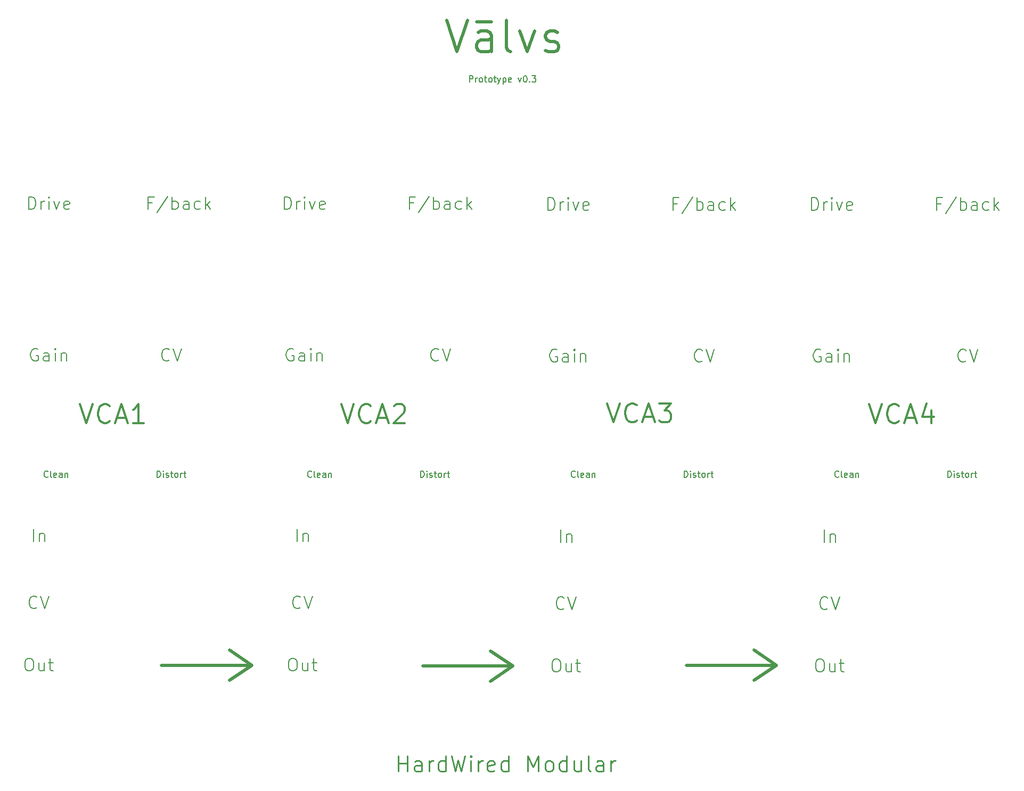
<source format=gto>
G04 #@! TF.GenerationSoftware,KiCad,Pcbnew,(5.1.6-0-10_14)*
G04 #@! TF.CreationDate,2022-01-02T10:50:27+00:00*
G04 #@! TF.ProjectId,Quad Tube VCA,51756164-2054-4756-9265-205643412e6b,rev?*
G04 #@! TF.SameCoordinates,Original*
G04 #@! TF.FileFunction,Legend,Top*
G04 #@! TF.FilePolarity,Positive*
%FSLAX46Y46*%
G04 Gerber Fmt 4.6, Leading zero omitted, Abs format (unit mm)*
G04 Created by KiCad (PCBNEW (5.1.6-0-10_14)) date 2022-01-02 10:50:27*
%MOMM*%
%LPD*%
G01*
G04 APERTURE LIST*
%ADD10C,0.500000*%
%ADD11C,0.250000*%
%ADD12C,0.300000*%
%ADD13C,0.150000*%
%ADD14C,0.200000*%
G04 APERTURE END LIST*
D10*
X190627000Y-138430000D02*
X187071000Y-136017000D01*
X190627000Y-138430000D02*
X187071000Y-140843000D01*
X176276000Y-138430000D02*
X190627000Y-138430000D01*
X148717000Y-138557000D02*
X145161000Y-136144000D01*
X148717000Y-138557000D02*
X145161000Y-140970000D01*
X134366000Y-138557000D02*
X148717000Y-138557000D01*
X107188000Y-138430000D02*
X103632000Y-140843000D01*
X107188000Y-138430000D02*
X103632000Y-136017000D01*
X92837000Y-138430000D02*
X107188000Y-138430000D01*
D11*
X130490666Y-155308952D02*
X130490666Y-152808952D01*
X130490666Y-153999428D02*
X131919238Y-153999428D01*
X131919238Y-155308952D02*
X131919238Y-152808952D01*
X134181142Y-155308952D02*
X134181142Y-153999428D01*
X134062095Y-153761333D01*
X133824000Y-153642285D01*
X133347809Y-153642285D01*
X133109714Y-153761333D01*
X134181142Y-155189904D02*
X133943047Y-155308952D01*
X133347809Y-155308952D01*
X133109714Y-155189904D01*
X132990666Y-154951809D01*
X132990666Y-154713714D01*
X133109714Y-154475619D01*
X133347809Y-154356571D01*
X133943047Y-154356571D01*
X134181142Y-154237523D01*
X135371619Y-155308952D02*
X135371619Y-153642285D01*
X135371619Y-154118476D02*
X135490666Y-153880380D01*
X135609714Y-153761333D01*
X135847809Y-153642285D01*
X136085904Y-153642285D01*
X137990666Y-155308952D02*
X137990666Y-152808952D01*
X137990666Y-155189904D02*
X137752571Y-155308952D01*
X137276380Y-155308952D01*
X137038285Y-155189904D01*
X136919238Y-155070857D01*
X136800190Y-154832761D01*
X136800190Y-154118476D01*
X136919238Y-153880380D01*
X137038285Y-153761333D01*
X137276380Y-153642285D01*
X137752571Y-153642285D01*
X137990666Y-153761333D01*
X138943047Y-152808952D02*
X139538285Y-155308952D01*
X140014476Y-153523238D01*
X140490666Y-155308952D01*
X141085904Y-152808952D01*
X142038285Y-155308952D02*
X142038285Y-153642285D01*
X142038285Y-152808952D02*
X141919238Y-152928000D01*
X142038285Y-153047047D01*
X142157333Y-152928000D01*
X142038285Y-152808952D01*
X142038285Y-153047047D01*
X143228761Y-155308952D02*
X143228761Y-153642285D01*
X143228761Y-154118476D02*
X143347809Y-153880380D01*
X143466857Y-153761333D01*
X143704952Y-153642285D01*
X143943047Y-153642285D01*
X145728761Y-155189904D02*
X145490666Y-155308952D01*
X145014476Y-155308952D01*
X144776380Y-155189904D01*
X144657333Y-154951809D01*
X144657333Y-153999428D01*
X144776380Y-153761333D01*
X145014476Y-153642285D01*
X145490666Y-153642285D01*
X145728761Y-153761333D01*
X145847809Y-153999428D01*
X145847809Y-154237523D01*
X144657333Y-154475619D01*
X147990666Y-155308952D02*
X147990666Y-152808952D01*
X147990666Y-155189904D02*
X147752571Y-155308952D01*
X147276380Y-155308952D01*
X147038285Y-155189904D01*
X146919238Y-155070857D01*
X146800190Y-154832761D01*
X146800190Y-154118476D01*
X146919238Y-153880380D01*
X147038285Y-153761333D01*
X147276380Y-153642285D01*
X147752571Y-153642285D01*
X147990666Y-153761333D01*
X151085904Y-155308952D02*
X151085904Y-152808952D01*
X151919238Y-154594666D01*
X152752571Y-152808952D01*
X152752571Y-155308952D01*
X154300190Y-155308952D02*
X154062095Y-155189904D01*
X153943047Y-155070857D01*
X153824000Y-154832761D01*
X153824000Y-154118476D01*
X153943047Y-153880380D01*
X154062095Y-153761333D01*
X154300190Y-153642285D01*
X154657333Y-153642285D01*
X154895428Y-153761333D01*
X155014476Y-153880380D01*
X155133523Y-154118476D01*
X155133523Y-154832761D01*
X155014476Y-155070857D01*
X154895428Y-155189904D01*
X154657333Y-155308952D01*
X154300190Y-155308952D01*
X157276380Y-155308952D02*
X157276380Y-152808952D01*
X157276380Y-155189904D02*
X157038285Y-155308952D01*
X156562095Y-155308952D01*
X156324000Y-155189904D01*
X156204952Y-155070857D01*
X156085904Y-154832761D01*
X156085904Y-154118476D01*
X156204952Y-153880380D01*
X156324000Y-153761333D01*
X156562095Y-153642285D01*
X157038285Y-153642285D01*
X157276380Y-153761333D01*
X159538285Y-153642285D02*
X159538285Y-155308952D01*
X158466857Y-153642285D02*
X158466857Y-154951809D01*
X158585904Y-155189904D01*
X158824000Y-155308952D01*
X159181142Y-155308952D01*
X159419238Y-155189904D01*
X159538285Y-155070857D01*
X161085904Y-155308952D02*
X160847809Y-155189904D01*
X160728761Y-154951809D01*
X160728761Y-152808952D01*
X163109714Y-155308952D02*
X163109714Y-153999428D01*
X162990666Y-153761333D01*
X162752571Y-153642285D01*
X162276380Y-153642285D01*
X162038285Y-153761333D01*
X163109714Y-155189904D02*
X162871619Y-155308952D01*
X162276380Y-155308952D01*
X162038285Y-155189904D01*
X161919238Y-154951809D01*
X161919238Y-154713714D01*
X162038285Y-154475619D01*
X162276380Y-154356571D01*
X162871619Y-154356571D01*
X163109714Y-154237523D01*
X164300190Y-155308952D02*
X164300190Y-153642285D01*
X164300190Y-154118476D02*
X164419238Y-153880380D01*
X164538285Y-153761333D01*
X164776380Y-153642285D01*
X165014476Y-153642285D01*
D12*
X205351714Y-96909142D02*
X206351714Y-99909142D01*
X207351714Y-96909142D01*
X210066000Y-99623428D02*
X209923142Y-99766285D01*
X209494571Y-99909142D01*
X209208857Y-99909142D01*
X208780285Y-99766285D01*
X208494571Y-99480571D01*
X208351714Y-99194857D01*
X208208857Y-98623428D01*
X208208857Y-98194857D01*
X208351714Y-97623428D01*
X208494571Y-97337714D01*
X208780285Y-97052000D01*
X209208857Y-96909142D01*
X209494571Y-96909142D01*
X209923142Y-97052000D01*
X210066000Y-97194857D01*
X211208857Y-99052000D02*
X212637428Y-99052000D01*
X210923142Y-99909142D02*
X211923142Y-96909142D01*
X212923142Y-99909142D01*
X215208857Y-97909142D02*
X215208857Y-99909142D01*
X214494571Y-96766285D02*
X213780285Y-98909142D01*
X215637428Y-98909142D01*
X163695714Y-96782142D02*
X164695714Y-99782142D01*
X165695714Y-96782142D01*
X168410000Y-99496428D02*
X168267142Y-99639285D01*
X167838571Y-99782142D01*
X167552857Y-99782142D01*
X167124285Y-99639285D01*
X166838571Y-99353571D01*
X166695714Y-99067857D01*
X166552857Y-98496428D01*
X166552857Y-98067857D01*
X166695714Y-97496428D01*
X166838571Y-97210714D01*
X167124285Y-96925000D01*
X167552857Y-96782142D01*
X167838571Y-96782142D01*
X168267142Y-96925000D01*
X168410000Y-97067857D01*
X169552857Y-98925000D02*
X170981428Y-98925000D01*
X169267142Y-99782142D02*
X170267142Y-96782142D01*
X171267142Y-99782142D01*
X171981428Y-96782142D02*
X173838571Y-96782142D01*
X172838571Y-97925000D01*
X173267142Y-97925000D01*
X173552857Y-98067857D01*
X173695714Y-98210714D01*
X173838571Y-98496428D01*
X173838571Y-99210714D01*
X173695714Y-99496428D01*
X173552857Y-99639285D01*
X173267142Y-99782142D01*
X172410000Y-99782142D01*
X172124285Y-99639285D01*
X171981428Y-99496428D01*
X121404714Y-96909142D02*
X122404714Y-99909142D01*
X123404714Y-96909142D01*
X126119000Y-99623428D02*
X125976142Y-99766285D01*
X125547571Y-99909142D01*
X125261857Y-99909142D01*
X124833285Y-99766285D01*
X124547571Y-99480571D01*
X124404714Y-99194857D01*
X124261857Y-98623428D01*
X124261857Y-98194857D01*
X124404714Y-97623428D01*
X124547571Y-97337714D01*
X124833285Y-97052000D01*
X125261857Y-96909142D01*
X125547571Y-96909142D01*
X125976142Y-97052000D01*
X126119000Y-97194857D01*
X127261857Y-99052000D02*
X128690428Y-99052000D01*
X126976142Y-99909142D02*
X127976142Y-96909142D01*
X128976142Y-99909142D01*
X129833285Y-97194857D02*
X129976142Y-97052000D01*
X130261857Y-96909142D01*
X130976142Y-96909142D01*
X131261857Y-97052000D01*
X131404714Y-97194857D01*
X131547571Y-97480571D01*
X131547571Y-97766285D01*
X131404714Y-98194857D01*
X129690428Y-99909142D01*
X131547571Y-99909142D01*
X79875714Y-96909142D02*
X80875714Y-99909142D01*
X81875714Y-96909142D01*
X84590000Y-99623428D02*
X84447142Y-99766285D01*
X84018571Y-99909142D01*
X83732857Y-99909142D01*
X83304285Y-99766285D01*
X83018571Y-99480571D01*
X82875714Y-99194857D01*
X82732857Y-98623428D01*
X82732857Y-98194857D01*
X82875714Y-97623428D01*
X83018571Y-97337714D01*
X83304285Y-97052000D01*
X83732857Y-96909142D01*
X84018571Y-96909142D01*
X84447142Y-97052000D01*
X84590000Y-97194857D01*
X85732857Y-99052000D02*
X87161428Y-99052000D01*
X85447142Y-99909142D02*
X86447142Y-96909142D01*
X87447142Y-99909142D01*
X90018571Y-99909142D02*
X88304285Y-99909142D01*
X89161428Y-99909142D02*
X89161428Y-96909142D01*
X88875714Y-97337714D01*
X88590000Y-97623428D01*
X88304285Y-97766285D01*
D13*
X217852904Y-108529380D02*
X217852904Y-107529380D01*
X218091000Y-107529380D01*
X218233857Y-107577000D01*
X218329095Y-107672238D01*
X218376714Y-107767476D01*
X218424333Y-107957952D01*
X218424333Y-108100809D01*
X218376714Y-108291285D01*
X218329095Y-108386523D01*
X218233857Y-108481761D01*
X218091000Y-108529380D01*
X217852904Y-108529380D01*
X218852904Y-108529380D02*
X218852904Y-107862714D01*
X218852904Y-107529380D02*
X218805285Y-107577000D01*
X218852904Y-107624619D01*
X218900523Y-107577000D01*
X218852904Y-107529380D01*
X218852904Y-107624619D01*
X219281476Y-108481761D02*
X219376714Y-108529380D01*
X219567190Y-108529380D01*
X219662428Y-108481761D01*
X219710047Y-108386523D01*
X219710047Y-108338904D01*
X219662428Y-108243666D01*
X219567190Y-108196047D01*
X219424333Y-108196047D01*
X219329095Y-108148428D01*
X219281476Y-108053190D01*
X219281476Y-108005571D01*
X219329095Y-107910333D01*
X219424333Y-107862714D01*
X219567190Y-107862714D01*
X219662428Y-107910333D01*
X219995761Y-107862714D02*
X220376714Y-107862714D01*
X220138619Y-107529380D02*
X220138619Y-108386523D01*
X220186238Y-108481761D01*
X220281476Y-108529380D01*
X220376714Y-108529380D01*
X220852904Y-108529380D02*
X220757666Y-108481761D01*
X220710047Y-108434142D01*
X220662428Y-108338904D01*
X220662428Y-108053190D01*
X220710047Y-107957952D01*
X220757666Y-107910333D01*
X220852904Y-107862714D01*
X220995761Y-107862714D01*
X221091000Y-107910333D01*
X221138619Y-107957952D01*
X221186238Y-108053190D01*
X221186238Y-108338904D01*
X221138619Y-108434142D01*
X221091000Y-108481761D01*
X220995761Y-108529380D01*
X220852904Y-108529380D01*
X221614809Y-108529380D02*
X221614809Y-107862714D01*
X221614809Y-108053190D02*
X221662428Y-107957952D01*
X221710047Y-107910333D01*
X221805285Y-107862714D01*
X221900523Y-107862714D01*
X222091000Y-107862714D02*
X222471952Y-107862714D01*
X222233857Y-107529380D02*
X222233857Y-108386523D01*
X222281476Y-108481761D01*
X222376714Y-108529380D01*
X222471952Y-108529380D01*
X200517285Y-108434142D02*
X200469666Y-108481761D01*
X200326809Y-108529380D01*
X200231571Y-108529380D01*
X200088714Y-108481761D01*
X199993476Y-108386523D01*
X199945857Y-108291285D01*
X199898238Y-108100809D01*
X199898238Y-107957952D01*
X199945857Y-107767476D01*
X199993476Y-107672238D01*
X200088714Y-107577000D01*
X200231571Y-107529380D01*
X200326809Y-107529380D01*
X200469666Y-107577000D01*
X200517285Y-107624619D01*
X201088714Y-108529380D02*
X200993476Y-108481761D01*
X200945857Y-108386523D01*
X200945857Y-107529380D01*
X201850619Y-108481761D02*
X201755380Y-108529380D01*
X201564904Y-108529380D01*
X201469666Y-108481761D01*
X201422047Y-108386523D01*
X201422047Y-108005571D01*
X201469666Y-107910333D01*
X201564904Y-107862714D01*
X201755380Y-107862714D01*
X201850619Y-107910333D01*
X201898238Y-108005571D01*
X201898238Y-108100809D01*
X201422047Y-108196047D01*
X202755380Y-108529380D02*
X202755380Y-108005571D01*
X202707761Y-107910333D01*
X202612523Y-107862714D01*
X202422047Y-107862714D01*
X202326809Y-107910333D01*
X202755380Y-108481761D02*
X202660142Y-108529380D01*
X202422047Y-108529380D01*
X202326809Y-108481761D01*
X202279190Y-108386523D01*
X202279190Y-108291285D01*
X202326809Y-108196047D01*
X202422047Y-108148428D01*
X202660142Y-108148428D01*
X202755380Y-108100809D01*
X203231571Y-107862714D02*
X203231571Y-108529380D01*
X203231571Y-107957952D02*
X203279190Y-107910333D01*
X203374428Y-107862714D01*
X203517285Y-107862714D01*
X203612523Y-107910333D01*
X203660142Y-108005571D01*
X203660142Y-108529380D01*
X175942904Y-108529380D02*
X175942904Y-107529380D01*
X176181000Y-107529380D01*
X176323857Y-107577000D01*
X176419095Y-107672238D01*
X176466714Y-107767476D01*
X176514333Y-107957952D01*
X176514333Y-108100809D01*
X176466714Y-108291285D01*
X176419095Y-108386523D01*
X176323857Y-108481761D01*
X176181000Y-108529380D01*
X175942904Y-108529380D01*
X176942904Y-108529380D02*
X176942904Y-107862714D01*
X176942904Y-107529380D02*
X176895285Y-107577000D01*
X176942904Y-107624619D01*
X176990523Y-107577000D01*
X176942904Y-107529380D01*
X176942904Y-107624619D01*
X177371476Y-108481761D02*
X177466714Y-108529380D01*
X177657190Y-108529380D01*
X177752428Y-108481761D01*
X177800047Y-108386523D01*
X177800047Y-108338904D01*
X177752428Y-108243666D01*
X177657190Y-108196047D01*
X177514333Y-108196047D01*
X177419095Y-108148428D01*
X177371476Y-108053190D01*
X177371476Y-108005571D01*
X177419095Y-107910333D01*
X177514333Y-107862714D01*
X177657190Y-107862714D01*
X177752428Y-107910333D01*
X178085761Y-107862714D02*
X178466714Y-107862714D01*
X178228619Y-107529380D02*
X178228619Y-108386523D01*
X178276238Y-108481761D01*
X178371476Y-108529380D01*
X178466714Y-108529380D01*
X178942904Y-108529380D02*
X178847666Y-108481761D01*
X178800047Y-108434142D01*
X178752428Y-108338904D01*
X178752428Y-108053190D01*
X178800047Y-107957952D01*
X178847666Y-107910333D01*
X178942904Y-107862714D01*
X179085761Y-107862714D01*
X179181000Y-107910333D01*
X179228619Y-107957952D01*
X179276238Y-108053190D01*
X179276238Y-108338904D01*
X179228619Y-108434142D01*
X179181000Y-108481761D01*
X179085761Y-108529380D01*
X178942904Y-108529380D01*
X179704809Y-108529380D02*
X179704809Y-107862714D01*
X179704809Y-108053190D02*
X179752428Y-107957952D01*
X179800047Y-107910333D01*
X179895285Y-107862714D01*
X179990523Y-107862714D01*
X180181000Y-107862714D02*
X180561952Y-107862714D01*
X180323857Y-107529380D02*
X180323857Y-108386523D01*
X180371476Y-108481761D01*
X180466714Y-108529380D01*
X180561952Y-108529380D01*
X158607285Y-108434142D02*
X158559666Y-108481761D01*
X158416809Y-108529380D01*
X158321571Y-108529380D01*
X158178714Y-108481761D01*
X158083476Y-108386523D01*
X158035857Y-108291285D01*
X157988238Y-108100809D01*
X157988238Y-107957952D01*
X158035857Y-107767476D01*
X158083476Y-107672238D01*
X158178714Y-107577000D01*
X158321571Y-107529380D01*
X158416809Y-107529380D01*
X158559666Y-107577000D01*
X158607285Y-107624619D01*
X159178714Y-108529380D02*
X159083476Y-108481761D01*
X159035857Y-108386523D01*
X159035857Y-107529380D01*
X159940619Y-108481761D02*
X159845380Y-108529380D01*
X159654904Y-108529380D01*
X159559666Y-108481761D01*
X159512047Y-108386523D01*
X159512047Y-108005571D01*
X159559666Y-107910333D01*
X159654904Y-107862714D01*
X159845380Y-107862714D01*
X159940619Y-107910333D01*
X159988238Y-108005571D01*
X159988238Y-108100809D01*
X159512047Y-108196047D01*
X160845380Y-108529380D02*
X160845380Y-108005571D01*
X160797761Y-107910333D01*
X160702523Y-107862714D01*
X160512047Y-107862714D01*
X160416809Y-107910333D01*
X160845380Y-108481761D02*
X160750142Y-108529380D01*
X160512047Y-108529380D01*
X160416809Y-108481761D01*
X160369190Y-108386523D01*
X160369190Y-108291285D01*
X160416809Y-108196047D01*
X160512047Y-108148428D01*
X160750142Y-108148428D01*
X160845380Y-108100809D01*
X161321571Y-107862714D02*
X161321571Y-108529380D01*
X161321571Y-107957952D02*
X161369190Y-107910333D01*
X161464428Y-107862714D01*
X161607285Y-107862714D01*
X161702523Y-107910333D01*
X161750142Y-108005571D01*
X161750142Y-108529380D01*
X134032904Y-108529380D02*
X134032904Y-107529380D01*
X134271000Y-107529380D01*
X134413857Y-107577000D01*
X134509095Y-107672238D01*
X134556714Y-107767476D01*
X134604333Y-107957952D01*
X134604333Y-108100809D01*
X134556714Y-108291285D01*
X134509095Y-108386523D01*
X134413857Y-108481761D01*
X134271000Y-108529380D01*
X134032904Y-108529380D01*
X135032904Y-108529380D02*
X135032904Y-107862714D01*
X135032904Y-107529380D02*
X134985285Y-107577000D01*
X135032904Y-107624619D01*
X135080523Y-107577000D01*
X135032904Y-107529380D01*
X135032904Y-107624619D01*
X135461476Y-108481761D02*
X135556714Y-108529380D01*
X135747190Y-108529380D01*
X135842428Y-108481761D01*
X135890047Y-108386523D01*
X135890047Y-108338904D01*
X135842428Y-108243666D01*
X135747190Y-108196047D01*
X135604333Y-108196047D01*
X135509095Y-108148428D01*
X135461476Y-108053190D01*
X135461476Y-108005571D01*
X135509095Y-107910333D01*
X135604333Y-107862714D01*
X135747190Y-107862714D01*
X135842428Y-107910333D01*
X136175761Y-107862714D02*
X136556714Y-107862714D01*
X136318619Y-107529380D02*
X136318619Y-108386523D01*
X136366238Y-108481761D01*
X136461476Y-108529380D01*
X136556714Y-108529380D01*
X137032904Y-108529380D02*
X136937666Y-108481761D01*
X136890047Y-108434142D01*
X136842428Y-108338904D01*
X136842428Y-108053190D01*
X136890047Y-107957952D01*
X136937666Y-107910333D01*
X137032904Y-107862714D01*
X137175761Y-107862714D01*
X137271000Y-107910333D01*
X137318619Y-107957952D01*
X137366238Y-108053190D01*
X137366238Y-108338904D01*
X137318619Y-108434142D01*
X137271000Y-108481761D01*
X137175761Y-108529380D01*
X137032904Y-108529380D01*
X137794809Y-108529380D02*
X137794809Y-107862714D01*
X137794809Y-108053190D02*
X137842428Y-107957952D01*
X137890047Y-107910333D01*
X137985285Y-107862714D01*
X138080523Y-107862714D01*
X138271000Y-107862714D02*
X138651952Y-107862714D01*
X138413857Y-107529380D02*
X138413857Y-108386523D01*
X138461476Y-108481761D01*
X138556714Y-108529380D01*
X138651952Y-108529380D01*
X116697285Y-108434142D02*
X116649666Y-108481761D01*
X116506809Y-108529380D01*
X116411571Y-108529380D01*
X116268714Y-108481761D01*
X116173476Y-108386523D01*
X116125857Y-108291285D01*
X116078238Y-108100809D01*
X116078238Y-107957952D01*
X116125857Y-107767476D01*
X116173476Y-107672238D01*
X116268714Y-107577000D01*
X116411571Y-107529380D01*
X116506809Y-107529380D01*
X116649666Y-107577000D01*
X116697285Y-107624619D01*
X117268714Y-108529380D02*
X117173476Y-108481761D01*
X117125857Y-108386523D01*
X117125857Y-107529380D01*
X118030619Y-108481761D02*
X117935380Y-108529380D01*
X117744904Y-108529380D01*
X117649666Y-108481761D01*
X117602047Y-108386523D01*
X117602047Y-108005571D01*
X117649666Y-107910333D01*
X117744904Y-107862714D01*
X117935380Y-107862714D01*
X118030619Y-107910333D01*
X118078238Y-108005571D01*
X118078238Y-108100809D01*
X117602047Y-108196047D01*
X118935380Y-108529380D02*
X118935380Y-108005571D01*
X118887761Y-107910333D01*
X118792523Y-107862714D01*
X118602047Y-107862714D01*
X118506809Y-107910333D01*
X118935380Y-108481761D02*
X118840142Y-108529380D01*
X118602047Y-108529380D01*
X118506809Y-108481761D01*
X118459190Y-108386523D01*
X118459190Y-108291285D01*
X118506809Y-108196047D01*
X118602047Y-108148428D01*
X118840142Y-108148428D01*
X118935380Y-108100809D01*
X119411571Y-107862714D02*
X119411571Y-108529380D01*
X119411571Y-107957952D02*
X119459190Y-107910333D01*
X119554428Y-107862714D01*
X119697285Y-107862714D01*
X119792523Y-107910333D01*
X119840142Y-108005571D01*
X119840142Y-108529380D01*
X92122904Y-108529380D02*
X92122904Y-107529380D01*
X92361000Y-107529380D01*
X92503857Y-107577000D01*
X92599095Y-107672238D01*
X92646714Y-107767476D01*
X92694333Y-107957952D01*
X92694333Y-108100809D01*
X92646714Y-108291285D01*
X92599095Y-108386523D01*
X92503857Y-108481761D01*
X92361000Y-108529380D01*
X92122904Y-108529380D01*
X93122904Y-108529380D02*
X93122904Y-107862714D01*
X93122904Y-107529380D02*
X93075285Y-107577000D01*
X93122904Y-107624619D01*
X93170523Y-107577000D01*
X93122904Y-107529380D01*
X93122904Y-107624619D01*
X93551476Y-108481761D02*
X93646714Y-108529380D01*
X93837190Y-108529380D01*
X93932428Y-108481761D01*
X93980047Y-108386523D01*
X93980047Y-108338904D01*
X93932428Y-108243666D01*
X93837190Y-108196047D01*
X93694333Y-108196047D01*
X93599095Y-108148428D01*
X93551476Y-108053190D01*
X93551476Y-108005571D01*
X93599095Y-107910333D01*
X93694333Y-107862714D01*
X93837190Y-107862714D01*
X93932428Y-107910333D01*
X94265761Y-107862714D02*
X94646714Y-107862714D01*
X94408619Y-107529380D02*
X94408619Y-108386523D01*
X94456238Y-108481761D01*
X94551476Y-108529380D01*
X94646714Y-108529380D01*
X95122904Y-108529380D02*
X95027666Y-108481761D01*
X94980047Y-108434142D01*
X94932428Y-108338904D01*
X94932428Y-108053190D01*
X94980047Y-107957952D01*
X95027666Y-107910333D01*
X95122904Y-107862714D01*
X95265761Y-107862714D01*
X95361000Y-107910333D01*
X95408619Y-107957952D01*
X95456238Y-108053190D01*
X95456238Y-108338904D01*
X95408619Y-108434142D01*
X95361000Y-108481761D01*
X95265761Y-108529380D01*
X95122904Y-108529380D01*
X95884809Y-108529380D02*
X95884809Y-107862714D01*
X95884809Y-108053190D02*
X95932428Y-107957952D01*
X95980047Y-107910333D01*
X96075285Y-107862714D01*
X96170523Y-107862714D01*
X96361000Y-107862714D02*
X96741952Y-107862714D01*
X96503857Y-107529380D02*
X96503857Y-108386523D01*
X96551476Y-108481761D01*
X96646714Y-108529380D01*
X96741952Y-108529380D01*
X74787285Y-108434142D02*
X74739666Y-108481761D01*
X74596809Y-108529380D01*
X74501571Y-108529380D01*
X74358714Y-108481761D01*
X74263476Y-108386523D01*
X74215857Y-108291285D01*
X74168238Y-108100809D01*
X74168238Y-107957952D01*
X74215857Y-107767476D01*
X74263476Y-107672238D01*
X74358714Y-107577000D01*
X74501571Y-107529380D01*
X74596809Y-107529380D01*
X74739666Y-107577000D01*
X74787285Y-107624619D01*
X75358714Y-108529380D02*
X75263476Y-108481761D01*
X75215857Y-108386523D01*
X75215857Y-107529380D01*
X76120619Y-108481761D02*
X76025380Y-108529380D01*
X75834904Y-108529380D01*
X75739666Y-108481761D01*
X75692047Y-108386523D01*
X75692047Y-108005571D01*
X75739666Y-107910333D01*
X75834904Y-107862714D01*
X76025380Y-107862714D01*
X76120619Y-107910333D01*
X76168238Y-108005571D01*
X76168238Y-108100809D01*
X75692047Y-108196047D01*
X77025380Y-108529380D02*
X77025380Y-108005571D01*
X76977761Y-107910333D01*
X76882523Y-107862714D01*
X76692047Y-107862714D01*
X76596809Y-107910333D01*
X77025380Y-108481761D02*
X76930142Y-108529380D01*
X76692047Y-108529380D01*
X76596809Y-108481761D01*
X76549190Y-108386523D01*
X76549190Y-108291285D01*
X76596809Y-108196047D01*
X76692047Y-108148428D01*
X76930142Y-108148428D01*
X77025380Y-108100809D01*
X77501571Y-107862714D02*
X77501571Y-108529380D01*
X77501571Y-107957952D02*
X77549190Y-107910333D01*
X77644428Y-107862714D01*
X77787285Y-107862714D01*
X77882523Y-107910333D01*
X77930142Y-108005571D01*
X77930142Y-108529380D01*
D14*
X198231238Y-118887761D02*
X198231238Y-116887761D01*
X199183619Y-117554428D02*
X199183619Y-118887761D01*
X199183619Y-117744904D02*
X199278857Y-117649666D01*
X199469333Y-117554428D01*
X199755047Y-117554428D01*
X199945523Y-117649666D01*
X200040761Y-117840142D01*
X200040761Y-118887761D01*
X197342333Y-137461761D02*
X197723285Y-137461761D01*
X197913761Y-137557000D01*
X198104238Y-137747476D01*
X198199476Y-138128428D01*
X198199476Y-138795095D01*
X198104238Y-139176047D01*
X197913761Y-139366523D01*
X197723285Y-139461761D01*
X197342333Y-139461761D01*
X197151857Y-139366523D01*
X196961380Y-139176047D01*
X196866142Y-138795095D01*
X196866142Y-138128428D01*
X196961380Y-137747476D01*
X197151857Y-137557000D01*
X197342333Y-137461761D01*
X199913761Y-138128428D02*
X199913761Y-139461761D01*
X199056619Y-138128428D02*
X199056619Y-139176047D01*
X199151857Y-139366523D01*
X199342333Y-139461761D01*
X199628047Y-139461761D01*
X199818523Y-139366523D01*
X199913761Y-139271285D01*
X200580428Y-138128428D02*
X201342333Y-138128428D01*
X200866142Y-137461761D02*
X200866142Y-139176047D01*
X200961380Y-139366523D01*
X201151857Y-139461761D01*
X201342333Y-139461761D01*
X198770904Y-129365285D02*
X198675666Y-129460523D01*
X198389952Y-129555761D01*
X198199476Y-129555761D01*
X197913761Y-129460523D01*
X197723285Y-129270047D01*
X197628047Y-129079571D01*
X197532809Y-128698619D01*
X197532809Y-128412904D01*
X197628047Y-128031952D01*
X197723285Y-127841476D01*
X197913761Y-127651000D01*
X198199476Y-127555761D01*
X198389952Y-127555761D01*
X198675666Y-127651000D01*
X198770904Y-127746238D01*
X199342333Y-127555761D02*
X200009000Y-129555761D01*
X200675666Y-127555761D01*
X156321238Y-118887761D02*
X156321238Y-116887761D01*
X157273619Y-117554428D02*
X157273619Y-118887761D01*
X157273619Y-117744904D02*
X157368857Y-117649666D01*
X157559333Y-117554428D01*
X157845047Y-117554428D01*
X158035523Y-117649666D01*
X158130761Y-117840142D01*
X158130761Y-118887761D01*
X155432333Y-137461761D02*
X155813285Y-137461761D01*
X156003761Y-137557000D01*
X156194238Y-137747476D01*
X156289476Y-138128428D01*
X156289476Y-138795095D01*
X156194238Y-139176047D01*
X156003761Y-139366523D01*
X155813285Y-139461761D01*
X155432333Y-139461761D01*
X155241857Y-139366523D01*
X155051380Y-139176047D01*
X154956142Y-138795095D01*
X154956142Y-138128428D01*
X155051380Y-137747476D01*
X155241857Y-137557000D01*
X155432333Y-137461761D01*
X158003761Y-138128428D02*
X158003761Y-139461761D01*
X157146619Y-138128428D02*
X157146619Y-139176047D01*
X157241857Y-139366523D01*
X157432333Y-139461761D01*
X157718047Y-139461761D01*
X157908523Y-139366523D01*
X158003761Y-139271285D01*
X158670428Y-138128428D02*
X159432333Y-138128428D01*
X158956142Y-137461761D02*
X158956142Y-139176047D01*
X159051380Y-139366523D01*
X159241857Y-139461761D01*
X159432333Y-139461761D01*
X156860904Y-129365285D02*
X156765666Y-129460523D01*
X156479952Y-129555761D01*
X156289476Y-129555761D01*
X156003761Y-129460523D01*
X155813285Y-129270047D01*
X155718047Y-129079571D01*
X155622809Y-128698619D01*
X155622809Y-128412904D01*
X155718047Y-128031952D01*
X155813285Y-127841476D01*
X156003761Y-127651000D01*
X156289476Y-127555761D01*
X156479952Y-127555761D01*
X156765666Y-127651000D01*
X156860904Y-127746238D01*
X157432333Y-127555761D02*
X158099000Y-129555761D01*
X158765666Y-127555761D01*
X114411238Y-118760761D02*
X114411238Y-116760761D01*
X115363619Y-117427428D02*
X115363619Y-118760761D01*
X115363619Y-117617904D02*
X115458857Y-117522666D01*
X115649333Y-117427428D01*
X115935047Y-117427428D01*
X116125523Y-117522666D01*
X116220761Y-117713142D01*
X116220761Y-118760761D01*
X113522333Y-137334761D02*
X113903285Y-137334761D01*
X114093761Y-137430000D01*
X114284238Y-137620476D01*
X114379476Y-138001428D01*
X114379476Y-138668095D01*
X114284238Y-139049047D01*
X114093761Y-139239523D01*
X113903285Y-139334761D01*
X113522333Y-139334761D01*
X113331857Y-139239523D01*
X113141380Y-139049047D01*
X113046142Y-138668095D01*
X113046142Y-138001428D01*
X113141380Y-137620476D01*
X113331857Y-137430000D01*
X113522333Y-137334761D01*
X116093761Y-138001428D02*
X116093761Y-139334761D01*
X115236619Y-138001428D02*
X115236619Y-139049047D01*
X115331857Y-139239523D01*
X115522333Y-139334761D01*
X115808047Y-139334761D01*
X115998523Y-139239523D01*
X116093761Y-139144285D01*
X116760428Y-138001428D02*
X117522333Y-138001428D01*
X117046142Y-137334761D02*
X117046142Y-139049047D01*
X117141380Y-139239523D01*
X117331857Y-139334761D01*
X117522333Y-139334761D01*
X114950904Y-129238285D02*
X114855666Y-129333523D01*
X114569952Y-129428761D01*
X114379476Y-129428761D01*
X114093761Y-129333523D01*
X113903285Y-129143047D01*
X113808047Y-128952571D01*
X113712809Y-128571619D01*
X113712809Y-128285904D01*
X113808047Y-127904952D01*
X113903285Y-127714476D01*
X114093761Y-127524000D01*
X114379476Y-127428761D01*
X114569952Y-127428761D01*
X114855666Y-127524000D01*
X114950904Y-127619238D01*
X115522333Y-127428761D02*
X116189000Y-129428761D01*
X116855666Y-127428761D01*
X71612333Y-137334761D02*
X71993285Y-137334761D01*
X72183761Y-137430000D01*
X72374238Y-137620476D01*
X72469476Y-138001428D01*
X72469476Y-138668095D01*
X72374238Y-139049047D01*
X72183761Y-139239523D01*
X71993285Y-139334761D01*
X71612333Y-139334761D01*
X71421857Y-139239523D01*
X71231380Y-139049047D01*
X71136142Y-138668095D01*
X71136142Y-138001428D01*
X71231380Y-137620476D01*
X71421857Y-137430000D01*
X71612333Y-137334761D01*
X74183761Y-138001428D02*
X74183761Y-139334761D01*
X73326619Y-138001428D02*
X73326619Y-139049047D01*
X73421857Y-139239523D01*
X73612333Y-139334761D01*
X73898047Y-139334761D01*
X74088523Y-139239523D01*
X74183761Y-139144285D01*
X74850428Y-138001428D02*
X75612333Y-138001428D01*
X75136142Y-137334761D02*
X75136142Y-139049047D01*
X75231380Y-139239523D01*
X75421857Y-139334761D01*
X75612333Y-139334761D01*
X73040904Y-129238285D02*
X72945666Y-129333523D01*
X72659952Y-129428761D01*
X72469476Y-129428761D01*
X72183761Y-129333523D01*
X71993285Y-129143047D01*
X71898047Y-128952571D01*
X71802809Y-128571619D01*
X71802809Y-128285904D01*
X71898047Y-127904952D01*
X71993285Y-127714476D01*
X72183761Y-127524000D01*
X72469476Y-127428761D01*
X72659952Y-127428761D01*
X72945666Y-127524000D01*
X73040904Y-127619238D01*
X73612333Y-127428761D02*
X74279000Y-129428761D01*
X74945666Y-127428761D01*
X72501238Y-118760761D02*
X72501238Y-116760761D01*
X73453619Y-117427428D02*
X73453619Y-118760761D01*
X73453619Y-117617904D02*
X73548857Y-117522666D01*
X73739333Y-117427428D01*
X74025047Y-117427428D01*
X74215523Y-117522666D01*
X74310761Y-117713142D01*
X74310761Y-118760761D01*
D13*
X141804095Y-45664380D02*
X141804095Y-44664380D01*
X142185047Y-44664380D01*
X142280285Y-44712000D01*
X142327904Y-44759619D01*
X142375523Y-44854857D01*
X142375523Y-44997714D01*
X142327904Y-45092952D01*
X142280285Y-45140571D01*
X142185047Y-45188190D01*
X141804095Y-45188190D01*
X142804095Y-45664380D02*
X142804095Y-44997714D01*
X142804095Y-45188190D02*
X142851714Y-45092952D01*
X142899333Y-45045333D01*
X142994571Y-44997714D01*
X143089809Y-44997714D01*
X143566000Y-45664380D02*
X143470761Y-45616761D01*
X143423142Y-45569142D01*
X143375523Y-45473904D01*
X143375523Y-45188190D01*
X143423142Y-45092952D01*
X143470761Y-45045333D01*
X143566000Y-44997714D01*
X143708857Y-44997714D01*
X143804095Y-45045333D01*
X143851714Y-45092952D01*
X143899333Y-45188190D01*
X143899333Y-45473904D01*
X143851714Y-45569142D01*
X143804095Y-45616761D01*
X143708857Y-45664380D01*
X143566000Y-45664380D01*
X144185047Y-44997714D02*
X144566000Y-44997714D01*
X144327904Y-44664380D02*
X144327904Y-45521523D01*
X144375523Y-45616761D01*
X144470761Y-45664380D01*
X144566000Y-45664380D01*
X145042190Y-45664380D02*
X144946952Y-45616761D01*
X144899333Y-45569142D01*
X144851714Y-45473904D01*
X144851714Y-45188190D01*
X144899333Y-45092952D01*
X144946952Y-45045333D01*
X145042190Y-44997714D01*
X145185047Y-44997714D01*
X145280285Y-45045333D01*
X145327904Y-45092952D01*
X145375523Y-45188190D01*
X145375523Y-45473904D01*
X145327904Y-45569142D01*
X145280285Y-45616761D01*
X145185047Y-45664380D01*
X145042190Y-45664380D01*
X145661238Y-44997714D02*
X146042190Y-44997714D01*
X145804095Y-44664380D02*
X145804095Y-45521523D01*
X145851714Y-45616761D01*
X145946952Y-45664380D01*
X146042190Y-45664380D01*
X146280285Y-44997714D02*
X146518380Y-45664380D01*
X146756476Y-44997714D02*
X146518380Y-45664380D01*
X146423142Y-45902476D01*
X146375523Y-45950095D01*
X146280285Y-45997714D01*
X147137428Y-44997714D02*
X147137428Y-45997714D01*
X147137428Y-45045333D02*
X147232666Y-44997714D01*
X147423142Y-44997714D01*
X147518380Y-45045333D01*
X147566000Y-45092952D01*
X147613619Y-45188190D01*
X147613619Y-45473904D01*
X147566000Y-45569142D01*
X147518380Y-45616761D01*
X147423142Y-45664380D01*
X147232666Y-45664380D01*
X147137428Y-45616761D01*
X148423142Y-45616761D02*
X148327904Y-45664380D01*
X148137428Y-45664380D01*
X148042190Y-45616761D01*
X147994571Y-45521523D01*
X147994571Y-45140571D01*
X148042190Y-45045333D01*
X148137428Y-44997714D01*
X148327904Y-44997714D01*
X148423142Y-45045333D01*
X148470761Y-45140571D01*
X148470761Y-45235809D01*
X147994571Y-45331047D01*
X149566000Y-44997714D02*
X149804095Y-45664380D01*
X150042190Y-44997714D01*
X150613619Y-44664380D02*
X150708857Y-44664380D01*
X150804095Y-44712000D01*
X150851714Y-44759619D01*
X150899333Y-44854857D01*
X150946952Y-45045333D01*
X150946952Y-45283428D01*
X150899333Y-45473904D01*
X150851714Y-45569142D01*
X150804095Y-45616761D01*
X150708857Y-45664380D01*
X150613619Y-45664380D01*
X150518380Y-45616761D01*
X150470761Y-45569142D01*
X150423142Y-45473904D01*
X150375523Y-45283428D01*
X150375523Y-45045333D01*
X150423142Y-44854857D01*
X150470761Y-44759619D01*
X150518380Y-44712000D01*
X150613619Y-44664380D01*
X151375523Y-45569142D02*
X151423142Y-45616761D01*
X151375523Y-45664380D01*
X151327904Y-45616761D01*
X151375523Y-45569142D01*
X151375523Y-45664380D01*
X151756476Y-44664380D02*
X152375523Y-44664380D01*
X152042190Y-45045333D01*
X152185047Y-45045333D01*
X152280285Y-45092952D01*
X152327904Y-45140571D01*
X152375523Y-45235809D01*
X152375523Y-45473904D01*
X152327904Y-45569142D01*
X152280285Y-45616761D01*
X152185047Y-45664380D01*
X151899333Y-45664380D01*
X151804095Y-45616761D01*
X151756476Y-45569142D01*
D14*
X216741904Y-65008142D02*
X216075238Y-65008142D01*
X216075238Y-66055761D02*
X216075238Y-64055761D01*
X217027619Y-64055761D01*
X219218095Y-63960523D02*
X217503809Y-66531952D01*
X219884761Y-66055761D02*
X219884761Y-64055761D01*
X219884761Y-64817666D02*
X220075238Y-64722428D01*
X220456190Y-64722428D01*
X220646666Y-64817666D01*
X220741904Y-64912904D01*
X220837142Y-65103380D01*
X220837142Y-65674809D01*
X220741904Y-65865285D01*
X220646666Y-65960523D01*
X220456190Y-66055761D01*
X220075238Y-66055761D01*
X219884761Y-65960523D01*
X222551428Y-66055761D02*
X222551428Y-65008142D01*
X222456190Y-64817666D01*
X222265714Y-64722428D01*
X221884761Y-64722428D01*
X221694285Y-64817666D01*
X222551428Y-65960523D02*
X222360952Y-66055761D01*
X221884761Y-66055761D01*
X221694285Y-65960523D01*
X221599047Y-65770047D01*
X221599047Y-65579571D01*
X221694285Y-65389095D01*
X221884761Y-65293857D01*
X222360952Y-65293857D01*
X222551428Y-65198619D01*
X224360952Y-65960523D02*
X224170476Y-66055761D01*
X223789523Y-66055761D01*
X223599047Y-65960523D01*
X223503809Y-65865285D01*
X223408571Y-65674809D01*
X223408571Y-65103380D01*
X223503809Y-64912904D01*
X223599047Y-64817666D01*
X223789523Y-64722428D01*
X224170476Y-64722428D01*
X224360952Y-64817666D01*
X225218095Y-66055761D02*
X225218095Y-64055761D01*
X225408571Y-65293857D02*
X225980000Y-66055761D01*
X225980000Y-64722428D02*
X225218095Y-65484333D01*
X196151904Y-66055761D02*
X196151904Y-64055761D01*
X196628095Y-64055761D01*
X196913809Y-64151000D01*
X197104285Y-64341476D01*
X197199523Y-64531952D01*
X197294761Y-64912904D01*
X197294761Y-65198619D01*
X197199523Y-65579571D01*
X197104285Y-65770047D01*
X196913809Y-65960523D01*
X196628095Y-66055761D01*
X196151904Y-66055761D01*
X198151904Y-66055761D02*
X198151904Y-64722428D01*
X198151904Y-65103380D02*
X198247142Y-64912904D01*
X198342380Y-64817666D01*
X198532857Y-64722428D01*
X198723333Y-64722428D01*
X199390000Y-66055761D02*
X199390000Y-64722428D01*
X199390000Y-64055761D02*
X199294761Y-64151000D01*
X199390000Y-64246238D01*
X199485238Y-64151000D01*
X199390000Y-64055761D01*
X199390000Y-64246238D01*
X200151904Y-64722428D02*
X200628095Y-66055761D01*
X201104285Y-64722428D01*
X202628095Y-65960523D02*
X202437619Y-66055761D01*
X202056666Y-66055761D01*
X201866190Y-65960523D01*
X201770952Y-65770047D01*
X201770952Y-65008142D01*
X201866190Y-64817666D01*
X202056666Y-64722428D01*
X202437619Y-64722428D01*
X202628095Y-64817666D01*
X202723333Y-65008142D01*
X202723333Y-65198619D01*
X201770952Y-65389095D01*
X220741904Y-89995285D02*
X220646666Y-90090523D01*
X220360952Y-90185761D01*
X220170476Y-90185761D01*
X219884761Y-90090523D01*
X219694285Y-89900047D01*
X219599047Y-89709571D01*
X219503809Y-89328619D01*
X219503809Y-89042904D01*
X219599047Y-88661952D01*
X219694285Y-88471476D01*
X219884761Y-88281000D01*
X220170476Y-88185761D01*
X220360952Y-88185761D01*
X220646666Y-88281000D01*
X220741904Y-88376238D01*
X221313333Y-88185761D02*
X221980000Y-90185761D01*
X222646666Y-88185761D01*
X197628095Y-88281000D02*
X197437619Y-88185761D01*
X197151904Y-88185761D01*
X196866190Y-88281000D01*
X196675714Y-88471476D01*
X196580476Y-88661952D01*
X196485238Y-89042904D01*
X196485238Y-89328619D01*
X196580476Y-89709571D01*
X196675714Y-89900047D01*
X196866190Y-90090523D01*
X197151904Y-90185761D01*
X197342380Y-90185761D01*
X197628095Y-90090523D01*
X197723333Y-89995285D01*
X197723333Y-89328619D01*
X197342380Y-89328619D01*
X199437619Y-90185761D02*
X199437619Y-89138142D01*
X199342380Y-88947666D01*
X199151904Y-88852428D01*
X198770952Y-88852428D01*
X198580476Y-88947666D01*
X199437619Y-90090523D02*
X199247142Y-90185761D01*
X198770952Y-90185761D01*
X198580476Y-90090523D01*
X198485238Y-89900047D01*
X198485238Y-89709571D01*
X198580476Y-89519095D01*
X198770952Y-89423857D01*
X199247142Y-89423857D01*
X199437619Y-89328619D01*
X200390000Y-90185761D02*
X200390000Y-88852428D01*
X200390000Y-88185761D02*
X200294761Y-88281000D01*
X200390000Y-88376238D01*
X200485238Y-88281000D01*
X200390000Y-88185761D01*
X200390000Y-88376238D01*
X201342380Y-88852428D02*
X201342380Y-90185761D01*
X201342380Y-89042904D02*
X201437619Y-88947666D01*
X201628095Y-88852428D01*
X201913809Y-88852428D01*
X202104285Y-88947666D01*
X202199523Y-89138142D01*
X202199523Y-90185761D01*
X174831904Y-65008142D02*
X174165238Y-65008142D01*
X174165238Y-66055761D02*
X174165238Y-64055761D01*
X175117619Y-64055761D01*
X177308095Y-63960523D02*
X175593809Y-66531952D01*
X177974761Y-66055761D02*
X177974761Y-64055761D01*
X177974761Y-64817666D02*
X178165238Y-64722428D01*
X178546190Y-64722428D01*
X178736666Y-64817666D01*
X178831904Y-64912904D01*
X178927142Y-65103380D01*
X178927142Y-65674809D01*
X178831904Y-65865285D01*
X178736666Y-65960523D01*
X178546190Y-66055761D01*
X178165238Y-66055761D01*
X177974761Y-65960523D01*
X180641428Y-66055761D02*
X180641428Y-65008142D01*
X180546190Y-64817666D01*
X180355714Y-64722428D01*
X179974761Y-64722428D01*
X179784285Y-64817666D01*
X180641428Y-65960523D02*
X180450952Y-66055761D01*
X179974761Y-66055761D01*
X179784285Y-65960523D01*
X179689047Y-65770047D01*
X179689047Y-65579571D01*
X179784285Y-65389095D01*
X179974761Y-65293857D01*
X180450952Y-65293857D01*
X180641428Y-65198619D01*
X182450952Y-65960523D02*
X182260476Y-66055761D01*
X181879523Y-66055761D01*
X181689047Y-65960523D01*
X181593809Y-65865285D01*
X181498571Y-65674809D01*
X181498571Y-65103380D01*
X181593809Y-64912904D01*
X181689047Y-64817666D01*
X181879523Y-64722428D01*
X182260476Y-64722428D01*
X182450952Y-64817666D01*
X183308095Y-66055761D02*
X183308095Y-64055761D01*
X183498571Y-65293857D02*
X184070000Y-66055761D01*
X184070000Y-64722428D02*
X183308095Y-65484333D01*
X154241904Y-66055761D02*
X154241904Y-64055761D01*
X154718095Y-64055761D01*
X155003809Y-64151000D01*
X155194285Y-64341476D01*
X155289523Y-64531952D01*
X155384761Y-64912904D01*
X155384761Y-65198619D01*
X155289523Y-65579571D01*
X155194285Y-65770047D01*
X155003809Y-65960523D01*
X154718095Y-66055761D01*
X154241904Y-66055761D01*
X156241904Y-66055761D02*
X156241904Y-64722428D01*
X156241904Y-65103380D02*
X156337142Y-64912904D01*
X156432380Y-64817666D01*
X156622857Y-64722428D01*
X156813333Y-64722428D01*
X157480000Y-66055761D02*
X157480000Y-64722428D01*
X157480000Y-64055761D02*
X157384761Y-64151000D01*
X157480000Y-64246238D01*
X157575238Y-64151000D01*
X157480000Y-64055761D01*
X157480000Y-64246238D01*
X158241904Y-64722428D02*
X158718095Y-66055761D01*
X159194285Y-64722428D01*
X160718095Y-65960523D02*
X160527619Y-66055761D01*
X160146666Y-66055761D01*
X159956190Y-65960523D01*
X159860952Y-65770047D01*
X159860952Y-65008142D01*
X159956190Y-64817666D01*
X160146666Y-64722428D01*
X160527619Y-64722428D01*
X160718095Y-64817666D01*
X160813333Y-65008142D01*
X160813333Y-65198619D01*
X159860952Y-65389095D01*
X178831904Y-89995285D02*
X178736666Y-90090523D01*
X178450952Y-90185761D01*
X178260476Y-90185761D01*
X177974761Y-90090523D01*
X177784285Y-89900047D01*
X177689047Y-89709571D01*
X177593809Y-89328619D01*
X177593809Y-89042904D01*
X177689047Y-88661952D01*
X177784285Y-88471476D01*
X177974761Y-88281000D01*
X178260476Y-88185761D01*
X178450952Y-88185761D01*
X178736666Y-88281000D01*
X178831904Y-88376238D01*
X179403333Y-88185761D02*
X180070000Y-90185761D01*
X180736666Y-88185761D01*
X155718095Y-88281000D02*
X155527619Y-88185761D01*
X155241904Y-88185761D01*
X154956190Y-88281000D01*
X154765714Y-88471476D01*
X154670476Y-88661952D01*
X154575238Y-89042904D01*
X154575238Y-89328619D01*
X154670476Y-89709571D01*
X154765714Y-89900047D01*
X154956190Y-90090523D01*
X155241904Y-90185761D01*
X155432380Y-90185761D01*
X155718095Y-90090523D01*
X155813333Y-89995285D01*
X155813333Y-89328619D01*
X155432380Y-89328619D01*
X157527619Y-90185761D02*
X157527619Y-89138142D01*
X157432380Y-88947666D01*
X157241904Y-88852428D01*
X156860952Y-88852428D01*
X156670476Y-88947666D01*
X157527619Y-90090523D02*
X157337142Y-90185761D01*
X156860952Y-90185761D01*
X156670476Y-90090523D01*
X156575238Y-89900047D01*
X156575238Y-89709571D01*
X156670476Y-89519095D01*
X156860952Y-89423857D01*
X157337142Y-89423857D01*
X157527619Y-89328619D01*
X158480000Y-90185761D02*
X158480000Y-88852428D01*
X158480000Y-88185761D02*
X158384761Y-88281000D01*
X158480000Y-88376238D01*
X158575238Y-88281000D01*
X158480000Y-88185761D01*
X158480000Y-88376238D01*
X159432380Y-88852428D02*
X159432380Y-90185761D01*
X159432380Y-89042904D02*
X159527619Y-88947666D01*
X159718095Y-88852428D01*
X160003809Y-88852428D01*
X160194285Y-88947666D01*
X160289523Y-89138142D01*
X160289523Y-90185761D01*
X112331904Y-65928761D02*
X112331904Y-63928761D01*
X112808095Y-63928761D01*
X113093809Y-64024000D01*
X113284285Y-64214476D01*
X113379523Y-64404952D01*
X113474761Y-64785904D01*
X113474761Y-65071619D01*
X113379523Y-65452571D01*
X113284285Y-65643047D01*
X113093809Y-65833523D01*
X112808095Y-65928761D01*
X112331904Y-65928761D01*
X114331904Y-65928761D02*
X114331904Y-64595428D01*
X114331904Y-64976380D02*
X114427142Y-64785904D01*
X114522380Y-64690666D01*
X114712857Y-64595428D01*
X114903333Y-64595428D01*
X115570000Y-65928761D02*
X115570000Y-64595428D01*
X115570000Y-63928761D02*
X115474761Y-64024000D01*
X115570000Y-64119238D01*
X115665238Y-64024000D01*
X115570000Y-63928761D01*
X115570000Y-64119238D01*
X116331904Y-64595428D02*
X116808095Y-65928761D01*
X117284285Y-64595428D01*
X118808095Y-65833523D02*
X118617619Y-65928761D01*
X118236666Y-65928761D01*
X118046190Y-65833523D01*
X117950952Y-65643047D01*
X117950952Y-64881142D01*
X118046190Y-64690666D01*
X118236666Y-64595428D01*
X118617619Y-64595428D01*
X118808095Y-64690666D01*
X118903333Y-64881142D01*
X118903333Y-65071619D01*
X117950952Y-65262095D01*
X113808095Y-88154000D02*
X113617619Y-88058761D01*
X113331904Y-88058761D01*
X113046190Y-88154000D01*
X112855714Y-88344476D01*
X112760476Y-88534952D01*
X112665238Y-88915904D01*
X112665238Y-89201619D01*
X112760476Y-89582571D01*
X112855714Y-89773047D01*
X113046190Y-89963523D01*
X113331904Y-90058761D01*
X113522380Y-90058761D01*
X113808095Y-89963523D01*
X113903333Y-89868285D01*
X113903333Y-89201619D01*
X113522380Y-89201619D01*
X115617619Y-90058761D02*
X115617619Y-89011142D01*
X115522380Y-88820666D01*
X115331904Y-88725428D01*
X114950952Y-88725428D01*
X114760476Y-88820666D01*
X115617619Y-89963523D02*
X115427142Y-90058761D01*
X114950952Y-90058761D01*
X114760476Y-89963523D01*
X114665238Y-89773047D01*
X114665238Y-89582571D01*
X114760476Y-89392095D01*
X114950952Y-89296857D01*
X115427142Y-89296857D01*
X115617619Y-89201619D01*
X116570000Y-90058761D02*
X116570000Y-88725428D01*
X116570000Y-88058761D02*
X116474761Y-88154000D01*
X116570000Y-88249238D01*
X116665238Y-88154000D01*
X116570000Y-88058761D01*
X116570000Y-88249238D01*
X117522380Y-88725428D02*
X117522380Y-90058761D01*
X117522380Y-88915904D02*
X117617619Y-88820666D01*
X117808095Y-88725428D01*
X118093809Y-88725428D01*
X118284285Y-88820666D01*
X118379523Y-89011142D01*
X118379523Y-90058761D01*
X136921904Y-89868285D02*
X136826666Y-89963523D01*
X136540952Y-90058761D01*
X136350476Y-90058761D01*
X136064761Y-89963523D01*
X135874285Y-89773047D01*
X135779047Y-89582571D01*
X135683809Y-89201619D01*
X135683809Y-88915904D01*
X135779047Y-88534952D01*
X135874285Y-88344476D01*
X136064761Y-88154000D01*
X136350476Y-88058761D01*
X136540952Y-88058761D01*
X136826666Y-88154000D01*
X136921904Y-88249238D01*
X137493333Y-88058761D02*
X138160000Y-90058761D01*
X138826666Y-88058761D01*
X132921904Y-64881142D02*
X132255238Y-64881142D01*
X132255238Y-65928761D02*
X132255238Y-63928761D01*
X133207619Y-63928761D01*
X135398095Y-63833523D02*
X133683809Y-66404952D01*
X136064761Y-65928761D02*
X136064761Y-63928761D01*
X136064761Y-64690666D02*
X136255238Y-64595428D01*
X136636190Y-64595428D01*
X136826666Y-64690666D01*
X136921904Y-64785904D01*
X137017142Y-64976380D01*
X137017142Y-65547809D01*
X136921904Y-65738285D01*
X136826666Y-65833523D01*
X136636190Y-65928761D01*
X136255238Y-65928761D01*
X136064761Y-65833523D01*
X138731428Y-65928761D02*
X138731428Y-64881142D01*
X138636190Y-64690666D01*
X138445714Y-64595428D01*
X138064761Y-64595428D01*
X137874285Y-64690666D01*
X138731428Y-65833523D02*
X138540952Y-65928761D01*
X138064761Y-65928761D01*
X137874285Y-65833523D01*
X137779047Y-65643047D01*
X137779047Y-65452571D01*
X137874285Y-65262095D01*
X138064761Y-65166857D01*
X138540952Y-65166857D01*
X138731428Y-65071619D01*
X140540952Y-65833523D02*
X140350476Y-65928761D01*
X139969523Y-65928761D01*
X139779047Y-65833523D01*
X139683809Y-65738285D01*
X139588571Y-65547809D01*
X139588571Y-64976380D01*
X139683809Y-64785904D01*
X139779047Y-64690666D01*
X139969523Y-64595428D01*
X140350476Y-64595428D01*
X140540952Y-64690666D01*
X141398095Y-65928761D02*
X141398095Y-63928761D01*
X141588571Y-65166857D02*
X142160000Y-65928761D01*
X142160000Y-64595428D02*
X141398095Y-65357333D01*
X94122904Y-89868285D02*
X94027666Y-89963523D01*
X93741952Y-90058761D01*
X93551476Y-90058761D01*
X93265761Y-89963523D01*
X93075285Y-89773047D01*
X92980047Y-89582571D01*
X92884809Y-89201619D01*
X92884809Y-88915904D01*
X92980047Y-88534952D01*
X93075285Y-88344476D01*
X93265761Y-88154000D01*
X93551476Y-88058761D01*
X93741952Y-88058761D01*
X94027666Y-88154000D01*
X94122904Y-88249238D01*
X94694333Y-88058761D02*
X95361000Y-90058761D01*
X96027666Y-88058761D01*
X91392904Y-64881142D02*
X90726238Y-64881142D01*
X90726238Y-65928761D02*
X90726238Y-63928761D01*
X91678619Y-63928761D01*
X93869095Y-63833523D02*
X92154809Y-66404952D01*
X94535761Y-65928761D02*
X94535761Y-63928761D01*
X94535761Y-64690666D02*
X94726238Y-64595428D01*
X95107190Y-64595428D01*
X95297666Y-64690666D01*
X95392904Y-64785904D01*
X95488142Y-64976380D01*
X95488142Y-65547809D01*
X95392904Y-65738285D01*
X95297666Y-65833523D01*
X95107190Y-65928761D01*
X94726238Y-65928761D01*
X94535761Y-65833523D01*
X97202428Y-65928761D02*
X97202428Y-64881142D01*
X97107190Y-64690666D01*
X96916714Y-64595428D01*
X96535761Y-64595428D01*
X96345285Y-64690666D01*
X97202428Y-65833523D02*
X97011952Y-65928761D01*
X96535761Y-65928761D01*
X96345285Y-65833523D01*
X96250047Y-65643047D01*
X96250047Y-65452571D01*
X96345285Y-65262095D01*
X96535761Y-65166857D01*
X97011952Y-65166857D01*
X97202428Y-65071619D01*
X99011952Y-65833523D02*
X98821476Y-65928761D01*
X98440523Y-65928761D01*
X98250047Y-65833523D01*
X98154809Y-65738285D01*
X98059571Y-65547809D01*
X98059571Y-64976380D01*
X98154809Y-64785904D01*
X98250047Y-64690666D01*
X98440523Y-64595428D01*
X98821476Y-64595428D01*
X99011952Y-64690666D01*
X99869095Y-65928761D02*
X99869095Y-63928761D01*
X100059571Y-65166857D02*
X100631000Y-65928761D01*
X100631000Y-64595428D02*
X99869095Y-65357333D01*
X73168095Y-88154000D02*
X72977619Y-88058761D01*
X72691904Y-88058761D01*
X72406190Y-88154000D01*
X72215714Y-88344476D01*
X72120476Y-88534952D01*
X72025238Y-88915904D01*
X72025238Y-89201619D01*
X72120476Y-89582571D01*
X72215714Y-89773047D01*
X72406190Y-89963523D01*
X72691904Y-90058761D01*
X72882380Y-90058761D01*
X73168095Y-89963523D01*
X73263333Y-89868285D01*
X73263333Y-89201619D01*
X72882380Y-89201619D01*
X74977619Y-90058761D02*
X74977619Y-89011142D01*
X74882380Y-88820666D01*
X74691904Y-88725428D01*
X74310952Y-88725428D01*
X74120476Y-88820666D01*
X74977619Y-89963523D02*
X74787142Y-90058761D01*
X74310952Y-90058761D01*
X74120476Y-89963523D01*
X74025238Y-89773047D01*
X74025238Y-89582571D01*
X74120476Y-89392095D01*
X74310952Y-89296857D01*
X74787142Y-89296857D01*
X74977619Y-89201619D01*
X75930000Y-90058761D02*
X75930000Y-88725428D01*
X75930000Y-88058761D02*
X75834761Y-88154000D01*
X75930000Y-88249238D01*
X76025238Y-88154000D01*
X75930000Y-88058761D01*
X75930000Y-88249238D01*
X76882380Y-88725428D02*
X76882380Y-90058761D01*
X76882380Y-88915904D02*
X76977619Y-88820666D01*
X77168095Y-88725428D01*
X77453809Y-88725428D01*
X77644285Y-88820666D01*
X77739523Y-89011142D01*
X77739523Y-90058761D01*
X71691904Y-65928761D02*
X71691904Y-63928761D01*
X72168095Y-63928761D01*
X72453809Y-64024000D01*
X72644285Y-64214476D01*
X72739523Y-64404952D01*
X72834761Y-64785904D01*
X72834761Y-65071619D01*
X72739523Y-65452571D01*
X72644285Y-65643047D01*
X72453809Y-65833523D01*
X72168095Y-65928761D01*
X71691904Y-65928761D01*
X73691904Y-65928761D02*
X73691904Y-64595428D01*
X73691904Y-64976380D02*
X73787142Y-64785904D01*
X73882380Y-64690666D01*
X74072857Y-64595428D01*
X74263333Y-64595428D01*
X74930000Y-65928761D02*
X74930000Y-64595428D01*
X74930000Y-63928761D02*
X74834761Y-64024000D01*
X74930000Y-64119238D01*
X75025238Y-64024000D01*
X74930000Y-63928761D01*
X74930000Y-64119238D01*
X75691904Y-64595428D02*
X76168095Y-65928761D01*
X76644285Y-64595428D01*
X78168095Y-65833523D02*
X77977619Y-65928761D01*
X77596666Y-65928761D01*
X77406190Y-65833523D01*
X77310952Y-65643047D01*
X77310952Y-64881142D01*
X77406190Y-64690666D01*
X77596666Y-64595428D01*
X77977619Y-64595428D01*
X78168095Y-64690666D01*
X78263333Y-64881142D01*
X78263333Y-65071619D01*
X77310952Y-65262095D01*
D10*
X138153333Y-35869904D02*
X139820000Y-40869904D01*
X141486666Y-35869904D01*
X145296190Y-40869904D02*
X145296190Y-38250857D01*
X145058095Y-37774666D01*
X144581904Y-37536571D01*
X143629523Y-37536571D01*
X143153333Y-37774666D01*
X145296190Y-40631809D02*
X144820000Y-40869904D01*
X143629523Y-40869904D01*
X143153333Y-40631809D01*
X142915238Y-40155619D01*
X142915238Y-39679428D01*
X143153333Y-39203238D01*
X143629523Y-38965142D01*
X144820000Y-38965142D01*
X145296190Y-38727047D01*
X142915238Y-36108000D02*
X145296190Y-36108000D01*
X148391428Y-40869904D02*
X147915238Y-40631809D01*
X147677142Y-40155619D01*
X147677142Y-35869904D01*
X149820000Y-37536571D02*
X151010476Y-40869904D01*
X152200952Y-37536571D01*
X153867619Y-40631809D02*
X154343809Y-40869904D01*
X155296190Y-40869904D01*
X155772380Y-40631809D01*
X156010476Y-40155619D01*
X156010476Y-39917523D01*
X155772380Y-39441333D01*
X155296190Y-39203238D01*
X154581904Y-39203238D01*
X154105714Y-38965142D01*
X153867619Y-38488952D01*
X153867619Y-38250857D01*
X154105714Y-37774666D01*
X154581904Y-37536571D01*
X155296190Y-37536571D01*
X155772380Y-37774666D01*
%LPC*%
M02*

</source>
